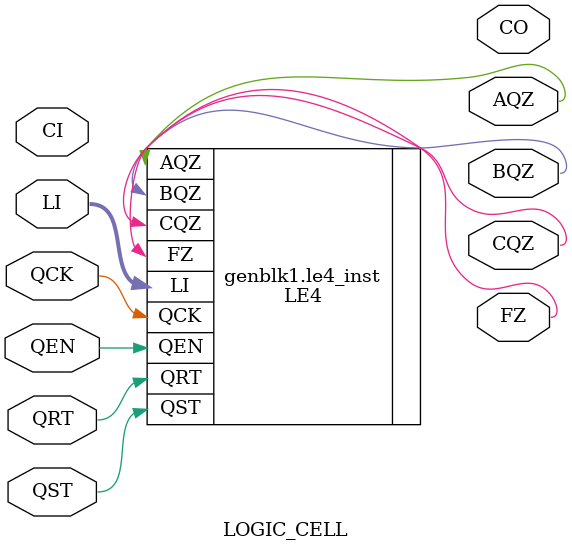
<source format=v>
`include "./le4.sim.v"
`include "./le4_qdi.sim.v"
`include "./badder.sim.v"

`timescale 1ns/10ps
(* FASM_PARAMS="" *)
(* MODES="LUT_FF;LUT_FF_Separate;LUT_ADDER" *)
(* keep_hierarchy *)
module LOGIC_CELL (
        LI,
        CI,
        QEN,
        QST,
        QRT,
        QCK,
        FZ,
        AQZ,
        BQZ,
        CQZ,
        CO
);

    input wire [3:0] LI;
    input wire CI, QEN, QST, QRT, QCK;

    output wire FZ, AQZ, BQZ, CQZ, CO;

    parameter MODE = "LUT_FF";
    
    parameter LE_QDI_MUX = "I0";
    parameter LE_BQZ_MUX = "I0";
    parameter LE_CQZ_MUX = "I0";

    generate if (MODE == "LUT_FF") begin
        // LOGIC Cell used as LUT+FF where LUT output is input to FF

        LE4 /*#(.BQZ_MUX(LE_BQZ_MUX), .CQZ_MUX(LE_CQZ_MUX))*/ le4_inst(
                .LI(LI),
                .QEN(QEN),
                .QST(QST),
                .QRT(QRT),
                .QCK(QCK),
                .FZ(FZ),
                .AQZ(AQZ),
                .BQZ(BQZ),
                .CQZ(CQZ)
        );
    end else if (MODE == "LUT_FF_Separate") begin 
            
        LE4_QDI /*#(.BQZ_MUX(LE_BQZ_MUX), .CQZ_MUX(LE_CQZ_MUX))*/ le4_qdi_inst(
                .LI(LI),
                .QEN(QEN),
                .QST(QST),
                .QRT(QRT),
                .QCK(QCK),
                .FZ(FZ),
                .AQZ(AQZ),
                .BQZ(BQZ),
                .CQZ(CQZ)
        );
    
    end else if (MODE == "LUT_ADDER") begin 
    
        BADDER /*#(.QDI_MUX(LE_QDI_MUX), .BQZ_MUX(LE_BQZ_MUX), .CQZ_MUX(LE_CQZ_MUX))*/ add_inst(
                .LI(LI),
                .CI(CI),
                .QEN(QEN),
                .QST(QST),
                .QRT(QRT),
                .QCK(QCK),
                .FZ(FZ),
                .AQZ(AQZ),
                .BQZ(BQZ),
                .CQZ(CQZ),
                .CO(CO)
        );
    end endgenerate

endmodule


</source>
